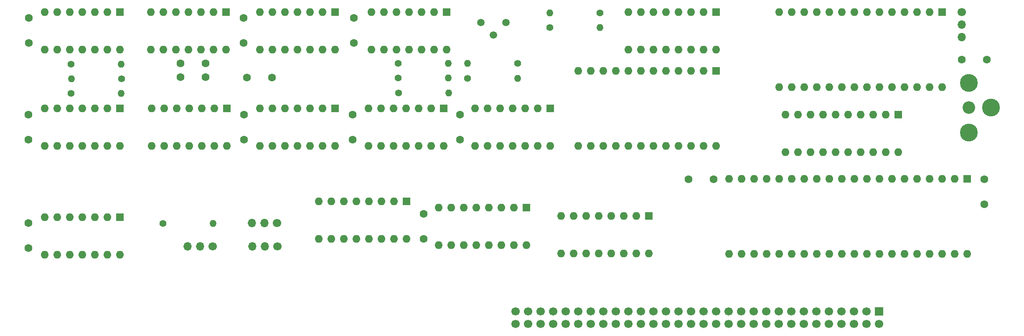
<source format=gbr>
%TF.GenerationSoftware,KiCad,Pcbnew,9.0.3*%
%TF.CreationDate,2025-12-15T21:45:11+00:00*%
%TF.ProjectId,TC02Mini,54433032-4d69-46e6-992e-6b696361645f,rev?*%
%TF.SameCoordinates,Original*%
%TF.FileFunction,Soldermask,Top*%
%TF.FilePolarity,Negative*%
%FSLAX46Y46*%
G04 Gerber Fmt 4.6, Leading zero omitted, Abs format (unit mm)*
G04 Created by KiCad (PCBNEW 9.0.3) date 2025-12-15 21:45:11*
%MOMM*%
%LPD*%
G01*
G04 APERTURE LIST*
%ADD10R,1.600000X1.600000*%
%ADD11O,1.600000X1.600000*%
%ADD12C,1.600000*%
%ADD13C,1.700000*%
%ADD14O,1.700000X1.700000*%
%ADD15C,1.400000*%
%ADD16O,1.400000X1.400000*%
%ADD17R,1.700000X1.700000*%
%ADD18C,1.500000*%
%ADD19C,2.550000*%
%ADD20C,3.616000*%
G04 APERTURE END LIST*
D10*
%TO.C,I8*%
X111442500Y-72850000D03*
D11*
X108902500Y-72850000D03*
X106362500Y-72850000D03*
X103822500Y-72850000D03*
X101282500Y-72850000D03*
X98742500Y-72850000D03*
X96202500Y-72850000D03*
X96202500Y-80470000D03*
X98742500Y-80470000D03*
X101282500Y-80470000D03*
X103822500Y-80470000D03*
X106362500Y-80470000D03*
X108902500Y-80470000D03*
X111442500Y-80470000D03*
%TD*%
D12*
%TO.C,C47*%
X49263500Y-98800000D03*
X49263500Y-93720000D03*
%TD*%
%TO.C,C42*%
X114936000Y-98800000D03*
X114936000Y-93720000D03*
%TD*%
D13*
%TO.C,M4*%
X238415000Y-72912500D03*
D14*
X238415000Y-75452500D03*
X238415000Y-77992500D03*
%TD*%
D12*
%TO.C,C8*%
X80070000Y-86100000D03*
X85150000Y-86100000D03*
%TD*%
%TO.C,C10*%
X188100000Y-106882500D03*
X183020000Y-106882500D03*
%TD*%
%TO.C,X1*%
X98600000Y-86190000D03*
X93520000Y-86190000D03*
%TD*%
D10*
%TO.C,I3*%
X239525000Y-106742500D03*
D11*
X236985000Y-106742500D03*
X234445000Y-106742500D03*
X231905000Y-106742500D03*
X229365000Y-106742500D03*
X226825000Y-106742500D03*
X224285000Y-106742500D03*
X221745000Y-106742500D03*
X219205000Y-106742500D03*
X216665000Y-106742500D03*
X214125000Y-106742500D03*
X211585000Y-106742500D03*
X209045000Y-106742500D03*
X206505000Y-106742500D03*
X203965000Y-106742500D03*
X201425000Y-106742500D03*
X198885000Y-106742500D03*
X196345000Y-106742500D03*
X193805000Y-106742500D03*
X191265000Y-106742500D03*
X191265000Y-121982500D03*
X193805000Y-121982500D03*
X196345000Y-121982500D03*
X198885000Y-121982500D03*
X201425000Y-121982500D03*
X203965000Y-121982500D03*
X206505000Y-121982500D03*
X209045000Y-121982500D03*
X211585000Y-121982500D03*
X214125000Y-121982500D03*
X216665000Y-121982500D03*
X219205000Y-121982500D03*
X221745000Y-121982500D03*
X224285000Y-121982500D03*
X226825000Y-121982500D03*
X229365000Y-121982500D03*
X231905000Y-121982500D03*
X234445000Y-121982500D03*
X236985000Y-121982500D03*
X239525000Y-121982500D03*
%TD*%
D12*
%TO.C,C45*%
X136723500Y-98800000D03*
X136723500Y-93720000D03*
%TD*%
%TO.C,C43*%
X115265000Y-79160000D03*
X115265000Y-74080000D03*
%TD*%
%TO.C,C50*%
X49260000Y-120847500D03*
X49260000Y-115767500D03*
%TD*%
D15*
%TO.C,R4*%
X76520000Y-115830000D03*
D16*
X86680000Y-115830000D03*
%TD*%
D10*
%TO.C,I9*%
X67848500Y-92490000D03*
D11*
X65308500Y-92490000D03*
X62768500Y-92490000D03*
X60228500Y-92490000D03*
X57688500Y-92490000D03*
X55148500Y-92490000D03*
X52608500Y-92490000D03*
X52608500Y-100110000D03*
X55148500Y-100110000D03*
X57688500Y-100110000D03*
X60228500Y-100110000D03*
X62768500Y-100110000D03*
X65308500Y-100110000D03*
X67848500Y-100110000D03*
%TD*%
D15*
%TO.C,R2*%
X57950000Y-83480000D03*
D16*
X68110000Y-83480000D03*
%TD*%
D10*
%TO.C,I14*%
X174970000Y-114272500D03*
D11*
X172430000Y-114272500D03*
X169890000Y-114272500D03*
X167350000Y-114272500D03*
X164810000Y-114272500D03*
X162270000Y-114272500D03*
X159730000Y-114272500D03*
X157190000Y-114272500D03*
X157190000Y-121892500D03*
X159730000Y-121892500D03*
X162270000Y-121892500D03*
X164810000Y-121892500D03*
X167350000Y-121892500D03*
X169890000Y-121892500D03*
X172430000Y-121892500D03*
X174970000Y-121892500D03*
%TD*%
D12*
%TO.C,C48*%
X49352500Y-79160000D03*
X49352500Y-74080000D03*
%TD*%
D10*
%TO.C,I16*%
X133416000Y-92490000D03*
D11*
X130876000Y-92490000D03*
X128336000Y-92490000D03*
X125796000Y-92490000D03*
X123256000Y-92490000D03*
X120716000Y-92490000D03*
X118176000Y-92490000D03*
X118176000Y-100110000D03*
X120716000Y-100110000D03*
X123256000Y-100110000D03*
X125796000Y-100110000D03*
X128336000Y-100110000D03*
X130876000Y-100110000D03*
X133416000Y-100110000D03*
%TD*%
D15*
%TO.C,R10*%
X165140000Y-73040000D03*
D16*
X154980000Y-73040000D03*
%TD*%
D10*
%TO.C,I12*%
X67845000Y-114537500D03*
D11*
X65305000Y-114537500D03*
X62765000Y-114537500D03*
X60225000Y-114537500D03*
X57685000Y-114537500D03*
X55145000Y-114537500D03*
X52605000Y-114537500D03*
X52605000Y-122157500D03*
X55145000Y-122157500D03*
X57685000Y-122157500D03*
X60225000Y-122157500D03*
X62765000Y-122157500D03*
X65305000Y-122157500D03*
X67845000Y-122157500D03*
%TD*%
D17*
%TO.C,M300*%
X221670000Y-133662500D03*
D13*
X221670000Y-136202500D03*
X219130000Y-133662500D03*
X219130000Y-136202500D03*
X216590000Y-133662500D03*
X216590000Y-136202500D03*
X214050000Y-133662500D03*
X214050000Y-136202500D03*
X211510000Y-133662500D03*
X211510000Y-136202500D03*
X208970000Y-133662500D03*
X208970000Y-136202500D03*
X206430000Y-133662500D03*
X206430000Y-136202500D03*
X203890000Y-133662500D03*
X203890000Y-136202500D03*
X201350000Y-133662500D03*
X201350000Y-136202500D03*
X198810000Y-133662500D03*
X198810000Y-136202500D03*
X196270000Y-133662500D03*
X196270000Y-136202500D03*
X193730000Y-133662500D03*
X193730000Y-136202500D03*
X191190000Y-133662500D03*
X191190000Y-136202500D03*
X188650000Y-133662500D03*
X188650000Y-136202500D03*
X186110000Y-133662500D03*
X186110000Y-136202500D03*
X183570000Y-133662500D03*
X183570000Y-136202500D03*
X181030000Y-133662500D03*
X181030000Y-136202500D03*
X178490000Y-133662500D03*
X178490000Y-136202500D03*
X175950000Y-133662500D03*
X175950000Y-136202500D03*
X173410000Y-133662500D03*
X173410000Y-136202500D03*
X170870000Y-133662500D03*
X170870000Y-136202500D03*
X168330000Y-133662500D03*
X168330000Y-136202500D03*
X165790000Y-133662500D03*
X165790000Y-136202500D03*
X163250000Y-133662500D03*
X163250000Y-136202500D03*
X160710000Y-133662500D03*
X160710000Y-136202500D03*
X158170000Y-133662500D03*
X158170000Y-136202500D03*
X155630000Y-133662500D03*
X155630000Y-136202500D03*
X153090000Y-133662500D03*
X153090000Y-136202500D03*
X150550000Y-133662500D03*
X150550000Y-136202500D03*
X148010000Y-133662500D03*
X148010000Y-136202500D03*
%TD*%
D15*
%TO.C,R11*%
X148440000Y-83290000D03*
D16*
X138280000Y-83290000D03*
%TD*%
D10*
%TO.C,I15*%
X150230000Y-112610000D03*
D11*
X147690000Y-112610000D03*
X145150000Y-112610000D03*
X142610000Y-112610000D03*
X140070000Y-112610000D03*
X137530000Y-112610000D03*
X134990000Y-112610000D03*
X132450000Y-112610000D03*
X132450000Y-120230000D03*
X134990000Y-120230000D03*
X137530000Y-120230000D03*
X140070000Y-120230000D03*
X142610000Y-120230000D03*
X145150000Y-120230000D03*
X147690000Y-120230000D03*
X150230000Y-120230000D03*
%TD*%
D15*
%TO.C,R1*%
X57950000Y-89430000D03*
D16*
X68110000Y-89430000D03*
%TD*%
D15*
%TO.C,R5*%
X124240000Y-83300000D03*
D16*
X134400000Y-83300000D03*
%TD*%
D12*
%TO.C,C7*%
X85150000Y-83280000D03*
X80070000Y-83280000D03*
%TD*%
D15*
%TO.C,R3*%
X68150000Y-86460000D03*
D16*
X57990000Y-86460000D03*
%TD*%
D12*
%TO.C,C49*%
X92986000Y-98800000D03*
X92986000Y-93720000D03*
%TD*%
D10*
%TO.C,I5*%
X188617500Y-72882500D03*
D11*
X186077500Y-72882500D03*
X183537500Y-72882500D03*
X180997500Y-72882500D03*
X178457500Y-72882500D03*
X175917500Y-72882500D03*
X173377500Y-72882500D03*
X170837500Y-72882500D03*
X170837500Y-80502500D03*
X173377500Y-80502500D03*
X175917500Y-80502500D03*
X178457500Y-80502500D03*
X180997500Y-80502500D03*
X183537500Y-80502500D03*
X186077500Y-80502500D03*
X188617500Y-80502500D03*
%TD*%
D12*
%TO.C,C46*%
X129375000Y-118965000D03*
X129375000Y-113885000D03*
%TD*%
D15*
%TO.C,R6*%
X124250000Y-89290000D03*
D16*
X134410000Y-89290000D03*
%TD*%
D10*
%TO.C,I10*%
X67845000Y-72850000D03*
D11*
X65305000Y-72850000D03*
X62765000Y-72850000D03*
X60225000Y-72850000D03*
X57685000Y-72850000D03*
X55145000Y-72850000D03*
X52605000Y-72850000D03*
X52605000Y-80470000D03*
X55145000Y-80470000D03*
X57685000Y-80470000D03*
X60225000Y-80470000D03*
X62765000Y-80470000D03*
X65305000Y-80470000D03*
X67845000Y-80470000D03*
%TD*%
D18*
%TO.C,Q1*%
X146010000Y-75030000D03*
X143470000Y-77570000D03*
X140930000Y-75030000D03*
%TD*%
D10*
%TO.C,I2*%
X188646000Y-84822500D03*
D11*
X186106000Y-84822500D03*
X183566000Y-84822500D03*
X181026000Y-84822500D03*
X178486000Y-84822500D03*
X175946000Y-84822500D03*
X173406000Y-84822500D03*
X170866000Y-84822500D03*
X168326000Y-84822500D03*
X165786000Y-84822500D03*
X163246000Y-84822500D03*
X160706000Y-84822500D03*
X160706000Y-100062500D03*
X163246000Y-100062500D03*
X165786000Y-100062500D03*
X168326000Y-100062500D03*
X170866000Y-100062500D03*
X173406000Y-100062500D03*
X175946000Y-100062500D03*
X178486000Y-100062500D03*
X181026000Y-100062500D03*
X183566000Y-100062500D03*
X186106000Y-100062500D03*
X188646000Y-100062500D03*
%TD*%
D10*
%TO.C,I11*%
X89360000Y-72850000D03*
D11*
X86820000Y-72850000D03*
X84280000Y-72850000D03*
X81740000Y-72850000D03*
X79200000Y-72850000D03*
X76660000Y-72850000D03*
X74120000Y-72850000D03*
X74120000Y-80470000D03*
X76660000Y-80470000D03*
X79200000Y-80470000D03*
X81740000Y-80470000D03*
X84280000Y-80470000D03*
X86820000Y-80470000D03*
X89360000Y-80470000D03*
%TD*%
D10*
%TO.C,I7*%
X111456000Y-92490000D03*
D11*
X108916000Y-92490000D03*
X106376000Y-92490000D03*
X103836000Y-92490000D03*
X101296000Y-92490000D03*
X98756000Y-92490000D03*
X96216000Y-92490000D03*
X96216000Y-100110000D03*
X98756000Y-100110000D03*
X101296000Y-100110000D03*
X103836000Y-100110000D03*
X106376000Y-100110000D03*
X108916000Y-100110000D03*
X111456000Y-100110000D03*
%TD*%
D12*
%TO.C,C40*%
X238440000Y-82552500D03*
X243520000Y-82552500D03*
%TD*%
D13*
%TO.C,M1*%
X99645000Y-115730000D03*
D14*
X97105000Y-115730000D03*
X94565000Y-115730000D03*
%TD*%
D12*
%TO.C,C41*%
X242980000Y-111962500D03*
X242980000Y-106882500D03*
%TD*%
D10*
%TO.C,I13*%
X125880000Y-111330000D03*
D11*
X123340000Y-111330000D03*
X120800000Y-111330000D03*
X118260000Y-111330000D03*
X115720000Y-111330000D03*
X113180000Y-111330000D03*
X110640000Y-111330000D03*
X108100000Y-111330000D03*
X108100000Y-118950000D03*
X110640000Y-118950000D03*
X113180000Y-118950000D03*
X115720000Y-118950000D03*
X118260000Y-118950000D03*
X120800000Y-118950000D03*
X123340000Y-118950000D03*
X125880000Y-118950000D03*
%TD*%
D10*
%TO.C,I6*%
X89486000Y-92490000D03*
D11*
X86946000Y-92490000D03*
X84406000Y-92490000D03*
X81866000Y-92490000D03*
X79326000Y-92490000D03*
X76786000Y-92490000D03*
X74246000Y-92490000D03*
X74246000Y-100110000D03*
X76786000Y-100110000D03*
X79326000Y-100110000D03*
X81866000Y-100110000D03*
X84406000Y-100110000D03*
X86946000Y-100110000D03*
X89486000Y-100110000D03*
%TD*%
D13*
%TO.C,M3*%
X86650000Y-120470000D03*
D14*
X84110000Y-120470000D03*
X81570000Y-120470000D03*
%TD*%
D10*
%TO.C,I17*%
X155053500Y-92490000D03*
D11*
X152513500Y-92490000D03*
X149973500Y-92490000D03*
X147433500Y-92490000D03*
X144893500Y-92490000D03*
X142353500Y-92490000D03*
X139813500Y-92490000D03*
X139813500Y-100110000D03*
X142353500Y-100110000D03*
X144893500Y-100110000D03*
X147433500Y-100110000D03*
X149973500Y-100110000D03*
X152513500Y-100110000D03*
X155053500Y-100110000D03*
%TD*%
D10*
%TO.C,I4*%
X234435000Y-72922500D03*
D11*
X231895000Y-72922500D03*
X229355000Y-72922500D03*
X226815000Y-72922500D03*
X224275000Y-72922500D03*
X221735000Y-72922500D03*
X219195000Y-72922500D03*
X216655000Y-72922500D03*
X214115000Y-72922500D03*
X211575000Y-72922500D03*
X209035000Y-72922500D03*
X206495000Y-72922500D03*
X203955000Y-72922500D03*
X201415000Y-72922500D03*
X201415000Y-88162500D03*
X203955000Y-88162500D03*
X206495000Y-88162500D03*
X209035000Y-88162500D03*
X211575000Y-88162500D03*
X214115000Y-88162500D03*
X216655000Y-88162500D03*
X219195000Y-88162500D03*
X221735000Y-88162500D03*
X224275000Y-88162500D03*
X226815000Y-88162500D03*
X229355000Y-88162500D03*
X231895000Y-88162500D03*
X234435000Y-88162500D03*
%TD*%
D12*
%TO.C,C44*%
X92910000Y-79160000D03*
X92910000Y-74080000D03*
%TD*%
D10*
%TO.C,I18*%
X134030000Y-72850000D03*
D11*
X131490000Y-72850000D03*
X128950000Y-72850000D03*
X126410000Y-72850000D03*
X123870000Y-72850000D03*
X121330000Y-72850000D03*
X118790000Y-72850000D03*
X118790000Y-80470000D03*
X121330000Y-80470000D03*
X123870000Y-80470000D03*
X126410000Y-80470000D03*
X128950000Y-80470000D03*
X131490000Y-80470000D03*
X134030000Y-80470000D03*
%TD*%
D10*
%TO.C,I1*%
X225570000Y-93702500D03*
D11*
X223030000Y-93702500D03*
X220490000Y-93702500D03*
X217950000Y-93702500D03*
X215410000Y-93702500D03*
X212870000Y-93702500D03*
X210330000Y-93702500D03*
X207790000Y-93702500D03*
X205250000Y-93702500D03*
X202710000Y-93702500D03*
X202710000Y-101322500D03*
X205250000Y-101322500D03*
X207790000Y-101322500D03*
X210330000Y-101322500D03*
X212870000Y-101322500D03*
X215410000Y-101322500D03*
X217950000Y-101322500D03*
X220490000Y-101322500D03*
X223030000Y-101322500D03*
X225570000Y-101322500D03*
%TD*%
D15*
%TO.C,R8*%
X154980000Y-76060000D03*
D16*
X165140000Y-76060000D03*
%TD*%
D19*
%TO.C,M8*%
X239830000Y-92322500D03*
D20*
X239830000Y-87322500D03*
X244330000Y-92322500D03*
X239830000Y-97322500D03*
%TD*%
D13*
%TO.C,M2*%
X99710000Y-120470000D03*
D14*
X97170000Y-120470000D03*
X94630000Y-120470000D03*
%TD*%
D15*
%TO.C,R7*%
X138240000Y-86360000D03*
D16*
X148400000Y-86360000D03*
%TD*%
D15*
%TO.C,R9*%
X124240000Y-86300000D03*
D16*
X134400000Y-86300000D03*
%TD*%
M02*

</source>
